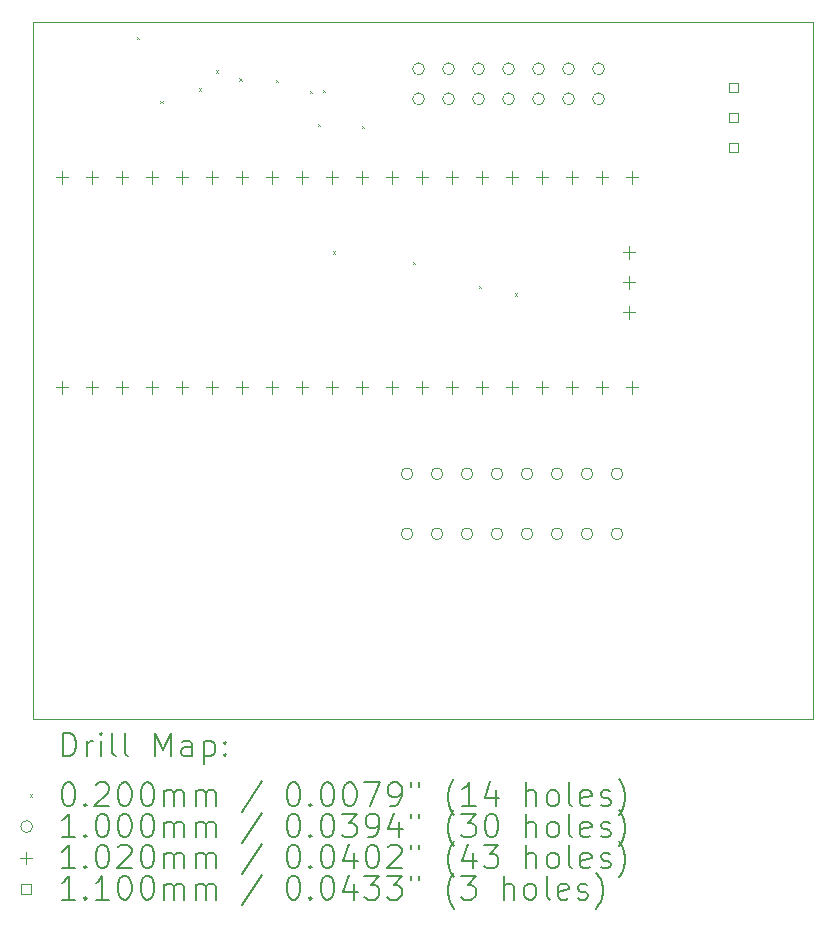
<source format=gbr>
%FSLAX45Y45*%
G04 Gerber Fmt 4.5, Leading zero omitted, Abs format (unit mm)*
G04 Created by KiCad (PCBNEW (6.0.4)) date 2023-05-30 12:53:22*
%MOMM*%
%LPD*%
G01*
G04 APERTURE LIST*
%TA.AperFunction,Profile*%
%ADD10C,0.100000*%
%TD*%
%ADD11C,0.200000*%
%ADD12C,0.020000*%
%ADD13C,0.100000*%
%ADD14C,0.102000*%
%ADD15C,0.110000*%
G04 APERTURE END LIST*
D10*
X11421500Y-7215000D02*
X18021500Y-7215000D01*
X18021500Y-7215000D02*
X18021500Y-13115000D01*
X18021500Y-13115000D02*
X11421500Y-13115000D01*
X11421500Y-13115000D02*
X11421500Y-7215000D01*
D11*
D12*
X12300000Y-7335000D02*
X12320000Y-7355000D01*
X12320000Y-7335000D02*
X12300000Y-7355000D01*
X12500000Y-7880000D02*
X12520000Y-7900000D01*
X12520000Y-7880000D02*
X12500000Y-7900000D01*
X12822800Y-7773360D02*
X12842800Y-7793360D01*
X12842800Y-7773360D02*
X12822800Y-7793360D01*
X12970400Y-7620350D02*
X12990400Y-7640350D01*
X12990400Y-7620350D02*
X12970400Y-7640350D01*
X13167930Y-7690000D02*
X13187930Y-7710000D01*
X13187930Y-7690000D02*
X13167930Y-7710000D01*
X13476460Y-7703240D02*
X13496460Y-7723240D01*
X13496460Y-7703240D02*
X13476460Y-7723240D01*
X13766190Y-7795950D02*
X13786190Y-7815950D01*
X13786190Y-7795950D02*
X13766190Y-7815950D01*
X13833030Y-8075000D02*
X13853030Y-8095000D01*
X13853030Y-8075000D02*
X13833030Y-8095000D01*
X13875000Y-7787500D02*
X13895000Y-7807500D01*
X13895000Y-7787500D02*
X13875000Y-7807500D01*
X13957500Y-9155000D02*
X13977500Y-9175000D01*
X13977500Y-9155000D02*
X13957500Y-9175000D01*
X14204240Y-8093550D02*
X14224240Y-8113550D01*
X14224240Y-8093550D02*
X14204240Y-8113550D01*
X14637740Y-9241800D02*
X14657740Y-9261800D01*
X14657740Y-9241800D02*
X14637740Y-9261800D01*
X15195000Y-9447500D02*
X15215000Y-9467500D01*
X15215000Y-9447500D02*
X15195000Y-9467500D01*
X15500000Y-9510000D02*
X15520000Y-9530000D01*
X15520000Y-9510000D02*
X15500000Y-9530000D01*
D13*
X14637500Y-11037500D02*
G75*
G03*
X14637500Y-11037500I-50000J0D01*
G01*
X14637500Y-11545500D02*
G75*
G03*
X14637500Y-11545500I-50000J0D01*
G01*
X14735000Y-7608500D02*
G75*
G03*
X14735000Y-7608500I-50000J0D01*
G01*
X14735000Y-7862500D02*
G75*
G03*
X14735000Y-7862500I-50000J0D01*
G01*
X14891500Y-11037500D02*
G75*
G03*
X14891500Y-11037500I-50000J0D01*
G01*
X14891500Y-11545500D02*
G75*
G03*
X14891500Y-11545500I-50000J0D01*
G01*
X14989000Y-7608500D02*
G75*
G03*
X14989000Y-7608500I-50000J0D01*
G01*
X14989000Y-7862500D02*
G75*
G03*
X14989000Y-7862500I-50000J0D01*
G01*
X15145500Y-11037500D02*
G75*
G03*
X15145500Y-11037500I-50000J0D01*
G01*
X15145500Y-11545500D02*
G75*
G03*
X15145500Y-11545500I-50000J0D01*
G01*
X15243000Y-7608500D02*
G75*
G03*
X15243000Y-7608500I-50000J0D01*
G01*
X15243000Y-7862500D02*
G75*
G03*
X15243000Y-7862500I-50000J0D01*
G01*
X15399500Y-11037500D02*
G75*
G03*
X15399500Y-11037500I-50000J0D01*
G01*
X15399500Y-11545500D02*
G75*
G03*
X15399500Y-11545500I-50000J0D01*
G01*
X15497000Y-7608500D02*
G75*
G03*
X15497000Y-7608500I-50000J0D01*
G01*
X15497000Y-7862500D02*
G75*
G03*
X15497000Y-7862500I-50000J0D01*
G01*
X15653500Y-11037500D02*
G75*
G03*
X15653500Y-11037500I-50000J0D01*
G01*
X15653500Y-11545500D02*
G75*
G03*
X15653500Y-11545500I-50000J0D01*
G01*
X15751000Y-7608500D02*
G75*
G03*
X15751000Y-7608500I-50000J0D01*
G01*
X15751000Y-7862500D02*
G75*
G03*
X15751000Y-7862500I-50000J0D01*
G01*
X15907500Y-11037500D02*
G75*
G03*
X15907500Y-11037500I-50000J0D01*
G01*
X15907500Y-11545500D02*
G75*
G03*
X15907500Y-11545500I-50000J0D01*
G01*
X16005000Y-7608500D02*
G75*
G03*
X16005000Y-7608500I-50000J0D01*
G01*
X16005000Y-7862500D02*
G75*
G03*
X16005000Y-7862500I-50000J0D01*
G01*
X16161500Y-11037500D02*
G75*
G03*
X16161500Y-11037500I-50000J0D01*
G01*
X16161500Y-11545500D02*
G75*
G03*
X16161500Y-11545500I-50000J0D01*
G01*
X16259000Y-7608500D02*
G75*
G03*
X16259000Y-7608500I-50000J0D01*
G01*
X16259000Y-7862500D02*
G75*
G03*
X16259000Y-7862500I-50000J0D01*
G01*
X16415500Y-11037500D02*
G75*
G03*
X16415500Y-11037500I-50000J0D01*
G01*
X16415500Y-11545500D02*
G75*
G03*
X16415500Y-11545500I-50000J0D01*
G01*
D14*
X11663500Y-8477500D02*
X11663500Y-8579500D01*
X11612500Y-8528500D02*
X11714500Y-8528500D01*
X11663500Y-10255500D02*
X11663500Y-10357500D01*
X11612500Y-10306500D02*
X11714500Y-10306500D01*
X11917500Y-8477500D02*
X11917500Y-8579500D01*
X11866500Y-8528500D02*
X11968500Y-8528500D01*
X11917500Y-10255500D02*
X11917500Y-10357500D01*
X11866500Y-10306500D02*
X11968500Y-10306500D01*
X12171500Y-8477500D02*
X12171500Y-8579500D01*
X12120500Y-8528500D02*
X12222500Y-8528500D01*
X12171500Y-10255500D02*
X12171500Y-10357500D01*
X12120500Y-10306500D02*
X12222500Y-10306500D01*
X12425500Y-8477500D02*
X12425500Y-8579500D01*
X12374500Y-8528500D02*
X12476500Y-8528500D01*
X12425500Y-10255500D02*
X12425500Y-10357500D01*
X12374500Y-10306500D02*
X12476500Y-10306500D01*
X12679500Y-8477500D02*
X12679500Y-8579500D01*
X12628500Y-8528500D02*
X12730500Y-8528500D01*
X12679500Y-10255500D02*
X12679500Y-10357500D01*
X12628500Y-10306500D02*
X12730500Y-10306500D01*
X12933500Y-8477500D02*
X12933500Y-8579500D01*
X12882500Y-8528500D02*
X12984500Y-8528500D01*
X12933500Y-10255500D02*
X12933500Y-10357500D01*
X12882500Y-10306500D02*
X12984500Y-10306500D01*
X13187500Y-8477500D02*
X13187500Y-8579500D01*
X13136500Y-8528500D02*
X13238500Y-8528500D01*
X13187500Y-10255500D02*
X13187500Y-10357500D01*
X13136500Y-10306500D02*
X13238500Y-10306500D01*
X13441500Y-8477500D02*
X13441500Y-8579500D01*
X13390500Y-8528500D02*
X13492500Y-8528500D01*
X13441500Y-10255500D02*
X13441500Y-10357500D01*
X13390500Y-10306500D02*
X13492500Y-10306500D01*
X13695500Y-8477500D02*
X13695500Y-8579500D01*
X13644500Y-8528500D02*
X13746500Y-8528500D01*
X13695500Y-10255500D02*
X13695500Y-10357500D01*
X13644500Y-10306500D02*
X13746500Y-10306500D01*
X13949500Y-8477500D02*
X13949500Y-8579500D01*
X13898500Y-8528500D02*
X14000500Y-8528500D01*
X13949500Y-10255500D02*
X13949500Y-10357500D01*
X13898500Y-10306500D02*
X14000500Y-10306500D01*
X14203500Y-8477500D02*
X14203500Y-8579500D01*
X14152500Y-8528500D02*
X14254500Y-8528500D01*
X14203500Y-10255500D02*
X14203500Y-10357500D01*
X14152500Y-10306500D02*
X14254500Y-10306500D01*
X14457500Y-8477500D02*
X14457500Y-8579500D01*
X14406500Y-8528500D02*
X14508500Y-8528500D01*
X14457500Y-10255500D02*
X14457500Y-10357500D01*
X14406500Y-10306500D02*
X14508500Y-10306500D01*
X14711500Y-8477500D02*
X14711500Y-8579500D01*
X14660500Y-8528500D02*
X14762500Y-8528500D01*
X14711500Y-10255500D02*
X14711500Y-10357500D01*
X14660500Y-10306500D02*
X14762500Y-10306500D01*
X14965500Y-8477500D02*
X14965500Y-8579500D01*
X14914500Y-8528500D02*
X15016500Y-8528500D01*
X14965500Y-10255500D02*
X14965500Y-10357500D01*
X14914500Y-10306500D02*
X15016500Y-10306500D01*
X15219500Y-8477500D02*
X15219500Y-8579500D01*
X15168500Y-8528500D02*
X15270500Y-8528500D01*
X15219500Y-10255500D02*
X15219500Y-10357500D01*
X15168500Y-10306500D02*
X15270500Y-10306500D01*
X15473500Y-8477500D02*
X15473500Y-8579500D01*
X15422500Y-8528500D02*
X15524500Y-8528500D01*
X15473500Y-10255500D02*
X15473500Y-10357500D01*
X15422500Y-10306500D02*
X15524500Y-10306500D01*
X15727500Y-8477500D02*
X15727500Y-8579500D01*
X15676500Y-8528500D02*
X15778500Y-8528500D01*
X15727500Y-10255500D02*
X15727500Y-10357500D01*
X15676500Y-10306500D02*
X15778500Y-10306500D01*
X15981500Y-8477500D02*
X15981500Y-8579500D01*
X15930500Y-8528500D02*
X16032500Y-8528500D01*
X15981500Y-10255500D02*
X15981500Y-10357500D01*
X15930500Y-10306500D02*
X16032500Y-10306500D01*
X16235500Y-8477500D02*
X16235500Y-8579500D01*
X16184500Y-8528500D02*
X16286500Y-8528500D01*
X16235500Y-10255500D02*
X16235500Y-10357500D01*
X16184500Y-10306500D02*
X16286500Y-10306500D01*
X16466500Y-9112500D02*
X16466500Y-9214500D01*
X16415500Y-9163500D02*
X16517500Y-9163500D01*
X16466500Y-9366500D02*
X16466500Y-9468500D01*
X16415500Y-9417500D02*
X16517500Y-9417500D01*
X16466500Y-9620500D02*
X16466500Y-9722500D01*
X16415500Y-9671500D02*
X16517500Y-9671500D01*
X16489500Y-8477500D02*
X16489500Y-8579500D01*
X16438500Y-8528500D02*
X16540500Y-8528500D01*
X16489500Y-10255500D02*
X16489500Y-10357500D01*
X16438500Y-10306500D02*
X16540500Y-10306500D01*
D15*
X17388391Y-7804891D02*
X17388391Y-7727109D01*
X17310609Y-7727109D01*
X17310609Y-7804891D01*
X17388391Y-7804891D01*
X17388391Y-8058891D02*
X17388391Y-7981109D01*
X17310609Y-7981109D01*
X17310609Y-8058891D01*
X17388391Y-8058891D01*
X17388391Y-8312891D02*
X17388391Y-8235109D01*
X17310609Y-8235109D01*
X17310609Y-8312891D01*
X17388391Y-8312891D01*
D11*
X11674119Y-13430476D02*
X11674119Y-13230476D01*
X11721738Y-13230476D01*
X11750309Y-13240000D01*
X11769357Y-13259048D01*
X11778881Y-13278095D01*
X11788405Y-13316190D01*
X11788405Y-13344762D01*
X11778881Y-13382857D01*
X11769357Y-13401905D01*
X11750309Y-13420952D01*
X11721738Y-13430476D01*
X11674119Y-13430476D01*
X11874119Y-13430476D02*
X11874119Y-13297143D01*
X11874119Y-13335238D02*
X11883643Y-13316190D01*
X11893167Y-13306667D01*
X11912214Y-13297143D01*
X11931262Y-13297143D01*
X11997928Y-13430476D02*
X11997928Y-13297143D01*
X11997928Y-13230476D02*
X11988405Y-13240000D01*
X11997928Y-13249524D01*
X12007452Y-13240000D01*
X11997928Y-13230476D01*
X11997928Y-13249524D01*
X12121738Y-13430476D02*
X12102690Y-13420952D01*
X12093167Y-13401905D01*
X12093167Y-13230476D01*
X12226500Y-13430476D02*
X12207452Y-13420952D01*
X12197928Y-13401905D01*
X12197928Y-13230476D01*
X12455071Y-13430476D02*
X12455071Y-13230476D01*
X12521738Y-13373333D01*
X12588405Y-13230476D01*
X12588405Y-13430476D01*
X12769357Y-13430476D02*
X12769357Y-13325714D01*
X12759833Y-13306667D01*
X12740786Y-13297143D01*
X12702690Y-13297143D01*
X12683643Y-13306667D01*
X12769357Y-13420952D02*
X12750309Y-13430476D01*
X12702690Y-13430476D01*
X12683643Y-13420952D01*
X12674119Y-13401905D01*
X12674119Y-13382857D01*
X12683643Y-13363809D01*
X12702690Y-13354286D01*
X12750309Y-13354286D01*
X12769357Y-13344762D01*
X12864595Y-13297143D02*
X12864595Y-13497143D01*
X12864595Y-13306667D02*
X12883643Y-13297143D01*
X12921738Y-13297143D01*
X12940786Y-13306667D01*
X12950309Y-13316190D01*
X12959833Y-13335238D01*
X12959833Y-13392381D01*
X12950309Y-13411428D01*
X12940786Y-13420952D01*
X12921738Y-13430476D01*
X12883643Y-13430476D01*
X12864595Y-13420952D01*
X13045548Y-13411428D02*
X13055071Y-13420952D01*
X13045548Y-13430476D01*
X13036024Y-13420952D01*
X13045548Y-13411428D01*
X13045548Y-13430476D01*
X13045548Y-13306667D02*
X13055071Y-13316190D01*
X13045548Y-13325714D01*
X13036024Y-13316190D01*
X13045548Y-13306667D01*
X13045548Y-13325714D01*
D12*
X11396500Y-13750000D02*
X11416500Y-13770000D01*
X11416500Y-13750000D02*
X11396500Y-13770000D01*
D11*
X11712214Y-13650476D02*
X11731262Y-13650476D01*
X11750309Y-13660000D01*
X11759833Y-13669524D01*
X11769357Y-13688571D01*
X11778881Y-13726667D01*
X11778881Y-13774286D01*
X11769357Y-13812381D01*
X11759833Y-13831428D01*
X11750309Y-13840952D01*
X11731262Y-13850476D01*
X11712214Y-13850476D01*
X11693167Y-13840952D01*
X11683643Y-13831428D01*
X11674119Y-13812381D01*
X11664595Y-13774286D01*
X11664595Y-13726667D01*
X11674119Y-13688571D01*
X11683643Y-13669524D01*
X11693167Y-13660000D01*
X11712214Y-13650476D01*
X11864595Y-13831428D02*
X11874119Y-13840952D01*
X11864595Y-13850476D01*
X11855071Y-13840952D01*
X11864595Y-13831428D01*
X11864595Y-13850476D01*
X11950309Y-13669524D02*
X11959833Y-13660000D01*
X11978881Y-13650476D01*
X12026500Y-13650476D01*
X12045548Y-13660000D01*
X12055071Y-13669524D01*
X12064595Y-13688571D01*
X12064595Y-13707619D01*
X12055071Y-13736190D01*
X11940786Y-13850476D01*
X12064595Y-13850476D01*
X12188405Y-13650476D02*
X12207452Y-13650476D01*
X12226500Y-13660000D01*
X12236024Y-13669524D01*
X12245548Y-13688571D01*
X12255071Y-13726667D01*
X12255071Y-13774286D01*
X12245548Y-13812381D01*
X12236024Y-13831428D01*
X12226500Y-13840952D01*
X12207452Y-13850476D01*
X12188405Y-13850476D01*
X12169357Y-13840952D01*
X12159833Y-13831428D01*
X12150309Y-13812381D01*
X12140786Y-13774286D01*
X12140786Y-13726667D01*
X12150309Y-13688571D01*
X12159833Y-13669524D01*
X12169357Y-13660000D01*
X12188405Y-13650476D01*
X12378881Y-13650476D02*
X12397928Y-13650476D01*
X12416976Y-13660000D01*
X12426500Y-13669524D01*
X12436024Y-13688571D01*
X12445548Y-13726667D01*
X12445548Y-13774286D01*
X12436024Y-13812381D01*
X12426500Y-13831428D01*
X12416976Y-13840952D01*
X12397928Y-13850476D01*
X12378881Y-13850476D01*
X12359833Y-13840952D01*
X12350309Y-13831428D01*
X12340786Y-13812381D01*
X12331262Y-13774286D01*
X12331262Y-13726667D01*
X12340786Y-13688571D01*
X12350309Y-13669524D01*
X12359833Y-13660000D01*
X12378881Y-13650476D01*
X12531262Y-13850476D02*
X12531262Y-13717143D01*
X12531262Y-13736190D02*
X12540786Y-13726667D01*
X12559833Y-13717143D01*
X12588405Y-13717143D01*
X12607452Y-13726667D01*
X12616976Y-13745714D01*
X12616976Y-13850476D01*
X12616976Y-13745714D02*
X12626500Y-13726667D01*
X12645548Y-13717143D01*
X12674119Y-13717143D01*
X12693167Y-13726667D01*
X12702690Y-13745714D01*
X12702690Y-13850476D01*
X12797928Y-13850476D02*
X12797928Y-13717143D01*
X12797928Y-13736190D02*
X12807452Y-13726667D01*
X12826500Y-13717143D01*
X12855071Y-13717143D01*
X12874119Y-13726667D01*
X12883643Y-13745714D01*
X12883643Y-13850476D01*
X12883643Y-13745714D02*
X12893167Y-13726667D01*
X12912214Y-13717143D01*
X12940786Y-13717143D01*
X12959833Y-13726667D01*
X12969357Y-13745714D01*
X12969357Y-13850476D01*
X13359833Y-13640952D02*
X13188405Y-13898095D01*
X13616976Y-13650476D02*
X13636024Y-13650476D01*
X13655071Y-13660000D01*
X13664595Y-13669524D01*
X13674119Y-13688571D01*
X13683643Y-13726667D01*
X13683643Y-13774286D01*
X13674119Y-13812381D01*
X13664595Y-13831428D01*
X13655071Y-13840952D01*
X13636024Y-13850476D01*
X13616976Y-13850476D01*
X13597928Y-13840952D01*
X13588405Y-13831428D01*
X13578881Y-13812381D01*
X13569357Y-13774286D01*
X13569357Y-13726667D01*
X13578881Y-13688571D01*
X13588405Y-13669524D01*
X13597928Y-13660000D01*
X13616976Y-13650476D01*
X13769357Y-13831428D02*
X13778881Y-13840952D01*
X13769357Y-13850476D01*
X13759833Y-13840952D01*
X13769357Y-13831428D01*
X13769357Y-13850476D01*
X13902690Y-13650476D02*
X13921738Y-13650476D01*
X13940786Y-13660000D01*
X13950309Y-13669524D01*
X13959833Y-13688571D01*
X13969357Y-13726667D01*
X13969357Y-13774286D01*
X13959833Y-13812381D01*
X13950309Y-13831428D01*
X13940786Y-13840952D01*
X13921738Y-13850476D01*
X13902690Y-13850476D01*
X13883643Y-13840952D01*
X13874119Y-13831428D01*
X13864595Y-13812381D01*
X13855071Y-13774286D01*
X13855071Y-13726667D01*
X13864595Y-13688571D01*
X13874119Y-13669524D01*
X13883643Y-13660000D01*
X13902690Y-13650476D01*
X14093167Y-13650476D02*
X14112214Y-13650476D01*
X14131262Y-13660000D01*
X14140786Y-13669524D01*
X14150309Y-13688571D01*
X14159833Y-13726667D01*
X14159833Y-13774286D01*
X14150309Y-13812381D01*
X14140786Y-13831428D01*
X14131262Y-13840952D01*
X14112214Y-13850476D01*
X14093167Y-13850476D01*
X14074119Y-13840952D01*
X14064595Y-13831428D01*
X14055071Y-13812381D01*
X14045548Y-13774286D01*
X14045548Y-13726667D01*
X14055071Y-13688571D01*
X14064595Y-13669524D01*
X14074119Y-13660000D01*
X14093167Y-13650476D01*
X14226500Y-13650476D02*
X14359833Y-13650476D01*
X14274119Y-13850476D01*
X14445548Y-13850476D02*
X14483643Y-13850476D01*
X14502690Y-13840952D01*
X14512214Y-13831428D01*
X14531262Y-13802857D01*
X14540786Y-13764762D01*
X14540786Y-13688571D01*
X14531262Y-13669524D01*
X14521738Y-13660000D01*
X14502690Y-13650476D01*
X14464595Y-13650476D01*
X14445548Y-13660000D01*
X14436024Y-13669524D01*
X14426500Y-13688571D01*
X14426500Y-13736190D01*
X14436024Y-13755238D01*
X14445548Y-13764762D01*
X14464595Y-13774286D01*
X14502690Y-13774286D01*
X14521738Y-13764762D01*
X14531262Y-13755238D01*
X14540786Y-13736190D01*
X14616976Y-13650476D02*
X14616976Y-13688571D01*
X14693167Y-13650476D02*
X14693167Y-13688571D01*
X14988405Y-13926667D02*
X14978881Y-13917143D01*
X14959833Y-13888571D01*
X14950309Y-13869524D01*
X14940786Y-13840952D01*
X14931262Y-13793333D01*
X14931262Y-13755238D01*
X14940786Y-13707619D01*
X14950309Y-13679048D01*
X14959833Y-13660000D01*
X14978881Y-13631428D01*
X14988405Y-13621905D01*
X15169357Y-13850476D02*
X15055071Y-13850476D01*
X15112214Y-13850476D02*
X15112214Y-13650476D01*
X15093167Y-13679048D01*
X15074119Y-13698095D01*
X15055071Y-13707619D01*
X15340786Y-13717143D02*
X15340786Y-13850476D01*
X15293167Y-13640952D02*
X15245548Y-13783809D01*
X15369357Y-13783809D01*
X15597928Y-13850476D02*
X15597928Y-13650476D01*
X15683643Y-13850476D02*
X15683643Y-13745714D01*
X15674119Y-13726667D01*
X15655071Y-13717143D01*
X15626500Y-13717143D01*
X15607452Y-13726667D01*
X15597928Y-13736190D01*
X15807452Y-13850476D02*
X15788405Y-13840952D01*
X15778881Y-13831428D01*
X15769357Y-13812381D01*
X15769357Y-13755238D01*
X15778881Y-13736190D01*
X15788405Y-13726667D01*
X15807452Y-13717143D01*
X15836024Y-13717143D01*
X15855071Y-13726667D01*
X15864595Y-13736190D01*
X15874119Y-13755238D01*
X15874119Y-13812381D01*
X15864595Y-13831428D01*
X15855071Y-13840952D01*
X15836024Y-13850476D01*
X15807452Y-13850476D01*
X15988405Y-13850476D02*
X15969357Y-13840952D01*
X15959833Y-13821905D01*
X15959833Y-13650476D01*
X16140786Y-13840952D02*
X16121738Y-13850476D01*
X16083643Y-13850476D01*
X16064595Y-13840952D01*
X16055071Y-13821905D01*
X16055071Y-13745714D01*
X16064595Y-13726667D01*
X16083643Y-13717143D01*
X16121738Y-13717143D01*
X16140786Y-13726667D01*
X16150309Y-13745714D01*
X16150309Y-13764762D01*
X16055071Y-13783809D01*
X16226500Y-13840952D02*
X16245548Y-13850476D01*
X16283643Y-13850476D01*
X16302690Y-13840952D01*
X16312214Y-13821905D01*
X16312214Y-13812381D01*
X16302690Y-13793333D01*
X16283643Y-13783809D01*
X16255071Y-13783809D01*
X16236024Y-13774286D01*
X16226500Y-13755238D01*
X16226500Y-13745714D01*
X16236024Y-13726667D01*
X16255071Y-13717143D01*
X16283643Y-13717143D01*
X16302690Y-13726667D01*
X16378881Y-13926667D02*
X16388405Y-13917143D01*
X16407452Y-13888571D01*
X16416976Y-13869524D01*
X16426500Y-13840952D01*
X16436024Y-13793333D01*
X16436024Y-13755238D01*
X16426500Y-13707619D01*
X16416976Y-13679048D01*
X16407452Y-13660000D01*
X16388405Y-13631428D01*
X16378881Y-13621905D01*
D13*
X11416500Y-14024000D02*
G75*
G03*
X11416500Y-14024000I-50000J0D01*
G01*
D11*
X11778881Y-14114476D02*
X11664595Y-14114476D01*
X11721738Y-14114476D02*
X11721738Y-13914476D01*
X11702690Y-13943048D01*
X11683643Y-13962095D01*
X11664595Y-13971619D01*
X11864595Y-14095428D02*
X11874119Y-14104952D01*
X11864595Y-14114476D01*
X11855071Y-14104952D01*
X11864595Y-14095428D01*
X11864595Y-14114476D01*
X11997928Y-13914476D02*
X12016976Y-13914476D01*
X12036024Y-13924000D01*
X12045548Y-13933524D01*
X12055071Y-13952571D01*
X12064595Y-13990667D01*
X12064595Y-14038286D01*
X12055071Y-14076381D01*
X12045548Y-14095428D01*
X12036024Y-14104952D01*
X12016976Y-14114476D01*
X11997928Y-14114476D01*
X11978881Y-14104952D01*
X11969357Y-14095428D01*
X11959833Y-14076381D01*
X11950309Y-14038286D01*
X11950309Y-13990667D01*
X11959833Y-13952571D01*
X11969357Y-13933524D01*
X11978881Y-13924000D01*
X11997928Y-13914476D01*
X12188405Y-13914476D02*
X12207452Y-13914476D01*
X12226500Y-13924000D01*
X12236024Y-13933524D01*
X12245548Y-13952571D01*
X12255071Y-13990667D01*
X12255071Y-14038286D01*
X12245548Y-14076381D01*
X12236024Y-14095428D01*
X12226500Y-14104952D01*
X12207452Y-14114476D01*
X12188405Y-14114476D01*
X12169357Y-14104952D01*
X12159833Y-14095428D01*
X12150309Y-14076381D01*
X12140786Y-14038286D01*
X12140786Y-13990667D01*
X12150309Y-13952571D01*
X12159833Y-13933524D01*
X12169357Y-13924000D01*
X12188405Y-13914476D01*
X12378881Y-13914476D02*
X12397928Y-13914476D01*
X12416976Y-13924000D01*
X12426500Y-13933524D01*
X12436024Y-13952571D01*
X12445548Y-13990667D01*
X12445548Y-14038286D01*
X12436024Y-14076381D01*
X12426500Y-14095428D01*
X12416976Y-14104952D01*
X12397928Y-14114476D01*
X12378881Y-14114476D01*
X12359833Y-14104952D01*
X12350309Y-14095428D01*
X12340786Y-14076381D01*
X12331262Y-14038286D01*
X12331262Y-13990667D01*
X12340786Y-13952571D01*
X12350309Y-13933524D01*
X12359833Y-13924000D01*
X12378881Y-13914476D01*
X12531262Y-14114476D02*
X12531262Y-13981143D01*
X12531262Y-14000190D02*
X12540786Y-13990667D01*
X12559833Y-13981143D01*
X12588405Y-13981143D01*
X12607452Y-13990667D01*
X12616976Y-14009714D01*
X12616976Y-14114476D01*
X12616976Y-14009714D02*
X12626500Y-13990667D01*
X12645548Y-13981143D01*
X12674119Y-13981143D01*
X12693167Y-13990667D01*
X12702690Y-14009714D01*
X12702690Y-14114476D01*
X12797928Y-14114476D02*
X12797928Y-13981143D01*
X12797928Y-14000190D02*
X12807452Y-13990667D01*
X12826500Y-13981143D01*
X12855071Y-13981143D01*
X12874119Y-13990667D01*
X12883643Y-14009714D01*
X12883643Y-14114476D01*
X12883643Y-14009714D02*
X12893167Y-13990667D01*
X12912214Y-13981143D01*
X12940786Y-13981143D01*
X12959833Y-13990667D01*
X12969357Y-14009714D01*
X12969357Y-14114476D01*
X13359833Y-13904952D02*
X13188405Y-14162095D01*
X13616976Y-13914476D02*
X13636024Y-13914476D01*
X13655071Y-13924000D01*
X13664595Y-13933524D01*
X13674119Y-13952571D01*
X13683643Y-13990667D01*
X13683643Y-14038286D01*
X13674119Y-14076381D01*
X13664595Y-14095428D01*
X13655071Y-14104952D01*
X13636024Y-14114476D01*
X13616976Y-14114476D01*
X13597928Y-14104952D01*
X13588405Y-14095428D01*
X13578881Y-14076381D01*
X13569357Y-14038286D01*
X13569357Y-13990667D01*
X13578881Y-13952571D01*
X13588405Y-13933524D01*
X13597928Y-13924000D01*
X13616976Y-13914476D01*
X13769357Y-14095428D02*
X13778881Y-14104952D01*
X13769357Y-14114476D01*
X13759833Y-14104952D01*
X13769357Y-14095428D01*
X13769357Y-14114476D01*
X13902690Y-13914476D02*
X13921738Y-13914476D01*
X13940786Y-13924000D01*
X13950309Y-13933524D01*
X13959833Y-13952571D01*
X13969357Y-13990667D01*
X13969357Y-14038286D01*
X13959833Y-14076381D01*
X13950309Y-14095428D01*
X13940786Y-14104952D01*
X13921738Y-14114476D01*
X13902690Y-14114476D01*
X13883643Y-14104952D01*
X13874119Y-14095428D01*
X13864595Y-14076381D01*
X13855071Y-14038286D01*
X13855071Y-13990667D01*
X13864595Y-13952571D01*
X13874119Y-13933524D01*
X13883643Y-13924000D01*
X13902690Y-13914476D01*
X14036024Y-13914476D02*
X14159833Y-13914476D01*
X14093167Y-13990667D01*
X14121738Y-13990667D01*
X14140786Y-14000190D01*
X14150309Y-14009714D01*
X14159833Y-14028762D01*
X14159833Y-14076381D01*
X14150309Y-14095428D01*
X14140786Y-14104952D01*
X14121738Y-14114476D01*
X14064595Y-14114476D01*
X14045548Y-14104952D01*
X14036024Y-14095428D01*
X14255071Y-14114476D02*
X14293167Y-14114476D01*
X14312214Y-14104952D01*
X14321738Y-14095428D01*
X14340786Y-14066857D01*
X14350309Y-14028762D01*
X14350309Y-13952571D01*
X14340786Y-13933524D01*
X14331262Y-13924000D01*
X14312214Y-13914476D01*
X14274119Y-13914476D01*
X14255071Y-13924000D01*
X14245548Y-13933524D01*
X14236024Y-13952571D01*
X14236024Y-14000190D01*
X14245548Y-14019238D01*
X14255071Y-14028762D01*
X14274119Y-14038286D01*
X14312214Y-14038286D01*
X14331262Y-14028762D01*
X14340786Y-14019238D01*
X14350309Y-14000190D01*
X14521738Y-13981143D02*
X14521738Y-14114476D01*
X14474119Y-13904952D02*
X14426500Y-14047809D01*
X14550309Y-14047809D01*
X14616976Y-13914476D02*
X14616976Y-13952571D01*
X14693167Y-13914476D02*
X14693167Y-13952571D01*
X14988405Y-14190667D02*
X14978881Y-14181143D01*
X14959833Y-14152571D01*
X14950309Y-14133524D01*
X14940786Y-14104952D01*
X14931262Y-14057333D01*
X14931262Y-14019238D01*
X14940786Y-13971619D01*
X14950309Y-13943048D01*
X14959833Y-13924000D01*
X14978881Y-13895428D01*
X14988405Y-13885905D01*
X15045548Y-13914476D02*
X15169357Y-13914476D01*
X15102690Y-13990667D01*
X15131262Y-13990667D01*
X15150309Y-14000190D01*
X15159833Y-14009714D01*
X15169357Y-14028762D01*
X15169357Y-14076381D01*
X15159833Y-14095428D01*
X15150309Y-14104952D01*
X15131262Y-14114476D01*
X15074119Y-14114476D01*
X15055071Y-14104952D01*
X15045548Y-14095428D01*
X15293167Y-13914476D02*
X15312214Y-13914476D01*
X15331262Y-13924000D01*
X15340786Y-13933524D01*
X15350309Y-13952571D01*
X15359833Y-13990667D01*
X15359833Y-14038286D01*
X15350309Y-14076381D01*
X15340786Y-14095428D01*
X15331262Y-14104952D01*
X15312214Y-14114476D01*
X15293167Y-14114476D01*
X15274119Y-14104952D01*
X15264595Y-14095428D01*
X15255071Y-14076381D01*
X15245548Y-14038286D01*
X15245548Y-13990667D01*
X15255071Y-13952571D01*
X15264595Y-13933524D01*
X15274119Y-13924000D01*
X15293167Y-13914476D01*
X15597928Y-14114476D02*
X15597928Y-13914476D01*
X15683643Y-14114476D02*
X15683643Y-14009714D01*
X15674119Y-13990667D01*
X15655071Y-13981143D01*
X15626500Y-13981143D01*
X15607452Y-13990667D01*
X15597928Y-14000190D01*
X15807452Y-14114476D02*
X15788405Y-14104952D01*
X15778881Y-14095428D01*
X15769357Y-14076381D01*
X15769357Y-14019238D01*
X15778881Y-14000190D01*
X15788405Y-13990667D01*
X15807452Y-13981143D01*
X15836024Y-13981143D01*
X15855071Y-13990667D01*
X15864595Y-14000190D01*
X15874119Y-14019238D01*
X15874119Y-14076381D01*
X15864595Y-14095428D01*
X15855071Y-14104952D01*
X15836024Y-14114476D01*
X15807452Y-14114476D01*
X15988405Y-14114476D02*
X15969357Y-14104952D01*
X15959833Y-14085905D01*
X15959833Y-13914476D01*
X16140786Y-14104952D02*
X16121738Y-14114476D01*
X16083643Y-14114476D01*
X16064595Y-14104952D01*
X16055071Y-14085905D01*
X16055071Y-14009714D01*
X16064595Y-13990667D01*
X16083643Y-13981143D01*
X16121738Y-13981143D01*
X16140786Y-13990667D01*
X16150309Y-14009714D01*
X16150309Y-14028762D01*
X16055071Y-14047809D01*
X16226500Y-14104952D02*
X16245548Y-14114476D01*
X16283643Y-14114476D01*
X16302690Y-14104952D01*
X16312214Y-14085905D01*
X16312214Y-14076381D01*
X16302690Y-14057333D01*
X16283643Y-14047809D01*
X16255071Y-14047809D01*
X16236024Y-14038286D01*
X16226500Y-14019238D01*
X16226500Y-14009714D01*
X16236024Y-13990667D01*
X16255071Y-13981143D01*
X16283643Y-13981143D01*
X16302690Y-13990667D01*
X16378881Y-14190667D02*
X16388405Y-14181143D01*
X16407452Y-14152571D01*
X16416976Y-14133524D01*
X16426500Y-14104952D01*
X16436024Y-14057333D01*
X16436024Y-14019238D01*
X16426500Y-13971619D01*
X16416976Y-13943048D01*
X16407452Y-13924000D01*
X16388405Y-13895428D01*
X16378881Y-13885905D01*
D14*
X11365500Y-14237000D02*
X11365500Y-14339000D01*
X11314500Y-14288000D02*
X11416500Y-14288000D01*
D11*
X11778881Y-14378476D02*
X11664595Y-14378476D01*
X11721738Y-14378476D02*
X11721738Y-14178476D01*
X11702690Y-14207048D01*
X11683643Y-14226095D01*
X11664595Y-14235619D01*
X11864595Y-14359428D02*
X11874119Y-14368952D01*
X11864595Y-14378476D01*
X11855071Y-14368952D01*
X11864595Y-14359428D01*
X11864595Y-14378476D01*
X11997928Y-14178476D02*
X12016976Y-14178476D01*
X12036024Y-14188000D01*
X12045548Y-14197524D01*
X12055071Y-14216571D01*
X12064595Y-14254667D01*
X12064595Y-14302286D01*
X12055071Y-14340381D01*
X12045548Y-14359428D01*
X12036024Y-14368952D01*
X12016976Y-14378476D01*
X11997928Y-14378476D01*
X11978881Y-14368952D01*
X11969357Y-14359428D01*
X11959833Y-14340381D01*
X11950309Y-14302286D01*
X11950309Y-14254667D01*
X11959833Y-14216571D01*
X11969357Y-14197524D01*
X11978881Y-14188000D01*
X11997928Y-14178476D01*
X12140786Y-14197524D02*
X12150309Y-14188000D01*
X12169357Y-14178476D01*
X12216976Y-14178476D01*
X12236024Y-14188000D01*
X12245548Y-14197524D01*
X12255071Y-14216571D01*
X12255071Y-14235619D01*
X12245548Y-14264190D01*
X12131262Y-14378476D01*
X12255071Y-14378476D01*
X12378881Y-14178476D02*
X12397928Y-14178476D01*
X12416976Y-14188000D01*
X12426500Y-14197524D01*
X12436024Y-14216571D01*
X12445548Y-14254667D01*
X12445548Y-14302286D01*
X12436024Y-14340381D01*
X12426500Y-14359428D01*
X12416976Y-14368952D01*
X12397928Y-14378476D01*
X12378881Y-14378476D01*
X12359833Y-14368952D01*
X12350309Y-14359428D01*
X12340786Y-14340381D01*
X12331262Y-14302286D01*
X12331262Y-14254667D01*
X12340786Y-14216571D01*
X12350309Y-14197524D01*
X12359833Y-14188000D01*
X12378881Y-14178476D01*
X12531262Y-14378476D02*
X12531262Y-14245143D01*
X12531262Y-14264190D02*
X12540786Y-14254667D01*
X12559833Y-14245143D01*
X12588405Y-14245143D01*
X12607452Y-14254667D01*
X12616976Y-14273714D01*
X12616976Y-14378476D01*
X12616976Y-14273714D02*
X12626500Y-14254667D01*
X12645548Y-14245143D01*
X12674119Y-14245143D01*
X12693167Y-14254667D01*
X12702690Y-14273714D01*
X12702690Y-14378476D01*
X12797928Y-14378476D02*
X12797928Y-14245143D01*
X12797928Y-14264190D02*
X12807452Y-14254667D01*
X12826500Y-14245143D01*
X12855071Y-14245143D01*
X12874119Y-14254667D01*
X12883643Y-14273714D01*
X12883643Y-14378476D01*
X12883643Y-14273714D02*
X12893167Y-14254667D01*
X12912214Y-14245143D01*
X12940786Y-14245143D01*
X12959833Y-14254667D01*
X12969357Y-14273714D01*
X12969357Y-14378476D01*
X13359833Y-14168952D02*
X13188405Y-14426095D01*
X13616976Y-14178476D02*
X13636024Y-14178476D01*
X13655071Y-14188000D01*
X13664595Y-14197524D01*
X13674119Y-14216571D01*
X13683643Y-14254667D01*
X13683643Y-14302286D01*
X13674119Y-14340381D01*
X13664595Y-14359428D01*
X13655071Y-14368952D01*
X13636024Y-14378476D01*
X13616976Y-14378476D01*
X13597928Y-14368952D01*
X13588405Y-14359428D01*
X13578881Y-14340381D01*
X13569357Y-14302286D01*
X13569357Y-14254667D01*
X13578881Y-14216571D01*
X13588405Y-14197524D01*
X13597928Y-14188000D01*
X13616976Y-14178476D01*
X13769357Y-14359428D02*
X13778881Y-14368952D01*
X13769357Y-14378476D01*
X13759833Y-14368952D01*
X13769357Y-14359428D01*
X13769357Y-14378476D01*
X13902690Y-14178476D02*
X13921738Y-14178476D01*
X13940786Y-14188000D01*
X13950309Y-14197524D01*
X13959833Y-14216571D01*
X13969357Y-14254667D01*
X13969357Y-14302286D01*
X13959833Y-14340381D01*
X13950309Y-14359428D01*
X13940786Y-14368952D01*
X13921738Y-14378476D01*
X13902690Y-14378476D01*
X13883643Y-14368952D01*
X13874119Y-14359428D01*
X13864595Y-14340381D01*
X13855071Y-14302286D01*
X13855071Y-14254667D01*
X13864595Y-14216571D01*
X13874119Y-14197524D01*
X13883643Y-14188000D01*
X13902690Y-14178476D01*
X14140786Y-14245143D02*
X14140786Y-14378476D01*
X14093167Y-14168952D02*
X14045548Y-14311809D01*
X14169357Y-14311809D01*
X14283643Y-14178476D02*
X14302690Y-14178476D01*
X14321738Y-14188000D01*
X14331262Y-14197524D01*
X14340786Y-14216571D01*
X14350309Y-14254667D01*
X14350309Y-14302286D01*
X14340786Y-14340381D01*
X14331262Y-14359428D01*
X14321738Y-14368952D01*
X14302690Y-14378476D01*
X14283643Y-14378476D01*
X14264595Y-14368952D01*
X14255071Y-14359428D01*
X14245548Y-14340381D01*
X14236024Y-14302286D01*
X14236024Y-14254667D01*
X14245548Y-14216571D01*
X14255071Y-14197524D01*
X14264595Y-14188000D01*
X14283643Y-14178476D01*
X14426500Y-14197524D02*
X14436024Y-14188000D01*
X14455071Y-14178476D01*
X14502690Y-14178476D01*
X14521738Y-14188000D01*
X14531262Y-14197524D01*
X14540786Y-14216571D01*
X14540786Y-14235619D01*
X14531262Y-14264190D01*
X14416976Y-14378476D01*
X14540786Y-14378476D01*
X14616976Y-14178476D02*
X14616976Y-14216571D01*
X14693167Y-14178476D02*
X14693167Y-14216571D01*
X14988405Y-14454667D02*
X14978881Y-14445143D01*
X14959833Y-14416571D01*
X14950309Y-14397524D01*
X14940786Y-14368952D01*
X14931262Y-14321333D01*
X14931262Y-14283238D01*
X14940786Y-14235619D01*
X14950309Y-14207048D01*
X14959833Y-14188000D01*
X14978881Y-14159428D01*
X14988405Y-14149905D01*
X15150309Y-14245143D02*
X15150309Y-14378476D01*
X15102690Y-14168952D02*
X15055071Y-14311809D01*
X15178881Y-14311809D01*
X15236024Y-14178476D02*
X15359833Y-14178476D01*
X15293167Y-14254667D01*
X15321738Y-14254667D01*
X15340786Y-14264190D01*
X15350309Y-14273714D01*
X15359833Y-14292762D01*
X15359833Y-14340381D01*
X15350309Y-14359428D01*
X15340786Y-14368952D01*
X15321738Y-14378476D01*
X15264595Y-14378476D01*
X15245548Y-14368952D01*
X15236024Y-14359428D01*
X15597928Y-14378476D02*
X15597928Y-14178476D01*
X15683643Y-14378476D02*
X15683643Y-14273714D01*
X15674119Y-14254667D01*
X15655071Y-14245143D01*
X15626500Y-14245143D01*
X15607452Y-14254667D01*
X15597928Y-14264190D01*
X15807452Y-14378476D02*
X15788405Y-14368952D01*
X15778881Y-14359428D01*
X15769357Y-14340381D01*
X15769357Y-14283238D01*
X15778881Y-14264190D01*
X15788405Y-14254667D01*
X15807452Y-14245143D01*
X15836024Y-14245143D01*
X15855071Y-14254667D01*
X15864595Y-14264190D01*
X15874119Y-14283238D01*
X15874119Y-14340381D01*
X15864595Y-14359428D01*
X15855071Y-14368952D01*
X15836024Y-14378476D01*
X15807452Y-14378476D01*
X15988405Y-14378476D02*
X15969357Y-14368952D01*
X15959833Y-14349905D01*
X15959833Y-14178476D01*
X16140786Y-14368952D02*
X16121738Y-14378476D01*
X16083643Y-14378476D01*
X16064595Y-14368952D01*
X16055071Y-14349905D01*
X16055071Y-14273714D01*
X16064595Y-14254667D01*
X16083643Y-14245143D01*
X16121738Y-14245143D01*
X16140786Y-14254667D01*
X16150309Y-14273714D01*
X16150309Y-14292762D01*
X16055071Y-14311809D01*
X16226500Y-14368952D02*
X16245548Y-14378476D01*
X16283643Y-14378476D01*
X16302690Y-14368952D01*
X16312214Y-14349905D01*
X16312214Y-14340381D01*
X16302690Y-14321333D01*
X16283643Y-14311809D01*
X16255071Y-14311809D01*
X16236024Y-14302286D01*
X16226500Y-14283238D01*
X16226500Y-14273714D01*
X16236024Y-14254667D01*
X16255071Y-14245143D01*
X16283643Y-14245143D01*
X16302690Y-14254667D01*
X16378881Y-14454667D02*
X16388405Y-14445143D01*
X16407452Y-14416571D01*
X16416976Y-14397524D01*
X16426500Y-14368952D01*
X16436024Y-14321333D01*
X16436024Y-14283238D01*
X16426500Y-14235619D01*
X16416976Y-14207048D01*
X16407452Y-14188000D01*
X16388405Y-14159428D01*
X16378881Y-14149905D01*
D15*
X11400391Y-14590891D02*
X11400391Y-14513109D01*
X11322609Y-14513109D01*
X11322609Y-14590891D01*
X11400391Y-14590891D01*
D11*
X11778881Y-14642476D02*
X11664595Y-14642476D01*
X11721738Y-14642476D02*
X11721738Y-14442476D01*
X11702690Y-14471048D01*
X11683643Y-14490095D01*
X11664595Y-14499619D01*
X11864595Y-14623428D02*
X11874119Y-14632952D01*
X11864595Y-14642476D01*
X11855071Y-14632952D01*
X11864595Y-14623428D01*
X11864595Y-14642476D01*
X12064595Y-14642476D02*
X11950309Y-14642476D01*
X12007452Y-14642476D02*
X12007452Y-14442476D01*
X11988405Y-14471048D01*
X11969357Y-14490095D01*
X11950309Y-14499619D01*
X12188405Y-14442476D02*
X12207452Y-14442476D01*
X12226500Y-14452000D01*
X12236024Y-14461524D01*
X12245548Y-14480571D01*
X12255071Y-14518667D01*
X12255071Y-14566286D01*
X12245548Y-14604381D01*
X12236024Y-14623428D01*
X12226500Y-14632952D01*
X12207452Y-14642476D01*
X12188405Y-14642476D01*
X12169357Y-14632952D01*
X12159833Y-14623428D01*
X12150309Y-14604381D01*
X12140786Y-14566286D01*
X12140786Y-14518667D01*
X12150309Y-14480571D01*
X12159833Y-14461524D01*
X12169357Y-14452000D01*
X12188405Y-14442476D01*
X12378881Y-14442476D02*
X12397928Y-14442476D01*
X12416976Y-14452000D01*
X12426500Y-14461524D01*
X12436024Y-14480571D01*
X12445548Y-14518667D01*
X12445548Y-14566286D01*
X12436024Y-14604381D01*
X12426500Y-14623428D01*
X12416976Y-14632952D01*
X12397928Y-14642476D01*
X12378881Y-14642476D01*
X12359833Y-14632952D01*
X12350309Y-14623428D01*
X12340786Y-14604381D01*
X12331262Y-14566286D01*
X12331262Y-14518667D01*
X12340786Y-14480571D01*
X12350309Y-14461524D01*
X12359833Y-14452000D01*
X12378881Y-14442476D01*
X12531262Y-14642476D02*
X12531262Y-14509143D01*
X12531262Y-14528190D02*
X12540786Y-14518667D01*
X12559833Y-14509143D01*
X12588405Y-14509143D01*
X12607452Y-14518667D01*
X12616976Y-14537714D01*
X12616976Y-14642476D01*
X12616976Y-14537714D02*
X12626500Y-14518667D01*
X12645548Y-14509143D01*
X12674119Y-14509143D01*
X12693167Y-14518667D01*
X12702690Y-14537714D01*
X12702690Y-14642476D01*
X12797928Y-14642476D02*
X12797928Y-14509143D01*
X12797928Y-14528190D02*
X12807452Y-14518667D01*
X12826500Y-14509143D01*
X12855071Y-14509143D01*
X12874119Y-14518667D01*
X12883643Y-14537714D01*
X12883643Y-14642476D01*
X12883643Y-14537714D02*
X12893167Y-14518667D01*
X12912214Y-14509143D01*
X12940786Y-14509143D01*
X12959833Y-14518667D01*
X12969357Y-14537714D01*
X12969357Y-14642476D01*
X13359833Y-14432952D02*
X13188405Y-14690095D01*
X13616976Y-14442476D02*
X13636024Y-14442476D01*
X13655071Y-14452000D01*
X13664595Y-14461524D01*
X13674119Y-14480571D01*
X13683643Y-14518667D01*
X13683643Y-14566286D01*
X13674119Y-14604381D01*
X13664595Y-14623428D01*
X13655071Y-14632952D01*
X13636024Y-14642476D01*
X13616976Y-14642476D01*
X13597928Y-14632952D01*
X13588405Y-14623428D01*
X13578881Y-14604381D01*
X13569357Y-14566286D01*
X13569357Y-14518667D01*
X13578881Y-14480571D01*
X13588405Y-14461524D01*
X13597928Y-14452000D01*
X13616976Y-14442476D01*
X13769357Y-14623428D02*
X13778881Y-14632952D01*
X13769357Y-14642476D01*
X13759833Y-14632952D01*
X13769357Y-14623428D01*
X13769357Y-14642476D01*
X13902690Y-14442476D02*
X13921738Y-14442476D01*
X13940786Y-14452000D01*
X13950309Y-14461524D01*
X13959833Y-14480571D01*
X13969357Y-14518667D01*
X13969357Y-14566286D01*
X13959833Y-14604381D01*
X13950309Y-14623428D01*
X13940786Y-14632952D01*
X13921738Y-14642476D01*
X13902690Y-14642476D01*
X13883643Y-14632952D01*
X13874119Y-14623428D01*
X13864595Y-14604381D01*
X13855071Y-14566286D01*
X13855071Y-14518667D01*
X13864595Y-14480571D01*
X13874119Y-14461524D01*
X13883643Y-14452000D01*
X13902690Y-14442476D01*
X14140786Y-14509143D02*
X14140786Y-14642476D01*
X14093167Y-14432952D02*
X14045548Y-14575809D01*
X14169357Y-14575809D01*
X14226500Y-14442476D02*
X14350309Y-14442476D01*
X14283643Y-14518667D01*
X14312214Y-14518667D01*
X14331262Y-14528190D01*
X14340786Y-14537714D01*
X14350309Y-14556762D01*
X14350309Y-14604381D01*
X14340786Y-14623428D01*
X14331262Y-14632952D01*
X14312214Y-14642476D01*
X14255071Y-14642476D01*
X14236024Y-14632952D01*
X14226500Y-14623428D01*
X14416976Y-14442476D02*
X14540786Y-14442476D01*
X14474119Y-14518667D01*
X14502690Y-14518667D01*
X14521738Y-14528190D01*
X14531262Y-14537714D01*
X14540786Y-14556762D01*
X14540786Y-14604381D01*
X14531262Y-14623428D01*
X14521738Y-14632952D01*
X14502690Y-14642476D01*
X14445548Y-14642476D01*
X14426500Y-14632952D01*
X14416976Y-14623428D01*
X14616976Y-14442476D02*
X14616976Y-14480571D01*
X14693167Y-14442476D02*
X14693167Y-14480571D01*
X14988405Y-14718667D02*
X14978881Y-14709143D01*
X14959833Y-14680571D01*
X14950309Y-14661524D01*
X14940786Y-14632952D01*
X14931262Y-14585333D01*
X14931262Y-14547238D01*
X14940786Y-14499619D01*
X14950309Y-14471048D01*
X14959833Y-14452000D01*
X14978881Y-14423428D01*
X14988405Y-14413905D01*
X15045548Y-14442476D02*
X15169357Y-14442476D01*
X15102690Y-14518667D01*
X15131262Y-14518667D01*
X15150309Y-14528190D01*
X15159833Y-14537714D01*
X15169357Y-14556762D01*
X15169357Y-14604381D01*
X15159833Y-14623428D01*
X15150309Y-14632952D01*
X15131262Y-14642476D01*
X15074119Y-14642476D01*
X15055071Y-14632952D01*
X15045548Y-14623428D01*
X15407452Y-14642476D02*
X15407452Y-14442476D01*
X15493167Y-14642476D02*
X15493167Y-14537714D01*
X15483643Y-14518667D01*
X15464595Y-14509143D01*
X15436024Y-14509143D01*
X15416976Y-14518667D01*
X15407452Y-14528190D01*
X15616976Y-14642476D02*
X15597928Y-14632952D01*
X15588405Y-14623428D01*
X15578881Y-14604381D01*
X15578881Y-14547238D01*
X15588405Y-14528190D01*
X15597928Y-14518667D01*
X15616976Y-14509143D01*
X15645548Y-14509143D01*
X15664595Y-14518667D01*
X15674119Y-14528190D01*
X15683643Y-14547238D01*
X15683643Y-14604381D01*
X15674119Y-14623428D01*
X15664595Y-14632952D01*
X15645548Y-14642476D01*
X15616976Y-14642476D01*
X15797928Y-14642476D02*
X15778881Y-14632952D01*
X15769357Y-14613905D01*
X15769357Y-14442476D01*
X15950309Y-14632952D02*
X15931262Y-14642476D01*
X15893167Y-14642476D01*
X15874119Y-14632952D01*
X15864595Y-14613905D01*
X15864595Y-14537714D01*
X15874119Y-14518667D01*
X15893167Y-14509143D01*
X15931262Y-14509143D01*
X15950309Y-14518667D01*
X15959833Y-14537714D01*
X15959833Y-14556762D01*
X15864595Y-14575809D01*
X16036024Y-14632952D02*
X16055071Y-14642476D01*
X16093167Y-14642476D01*
X16112214Y-14632952D01*
X16121738Y-14613905D01*
X16121738Y-14604381D01*
X16112214Y-14585333D01*
X16093167Y-14575809D01*
X16064595Y-14575809D01*
X16045548Y-14566286D01*
X16036024Y-14547238D01*
X16036024Y-14537714D01*
X16045548Y-14518667D01*
X16064595Y-14509143D01*
X16093167Y-14509143D01*
X16112214Y-14518667D01*
X16188405Y-14718667D02*
X16197928Y-14709143D01*
X16216976Y-14680571D01*
X16226500Y-14661524D01*
X16236024Y-14632952D01*
X16245548Y-14585333D01*
X16245548Y-14547238D01*
X16236024Y-14499619D01*
X16226500Y-14471048D01*
X16216976Y-14452000D01*
X16197928Y-14423428D01*
X16188405Y-14413905D01*
M02*

</source>
